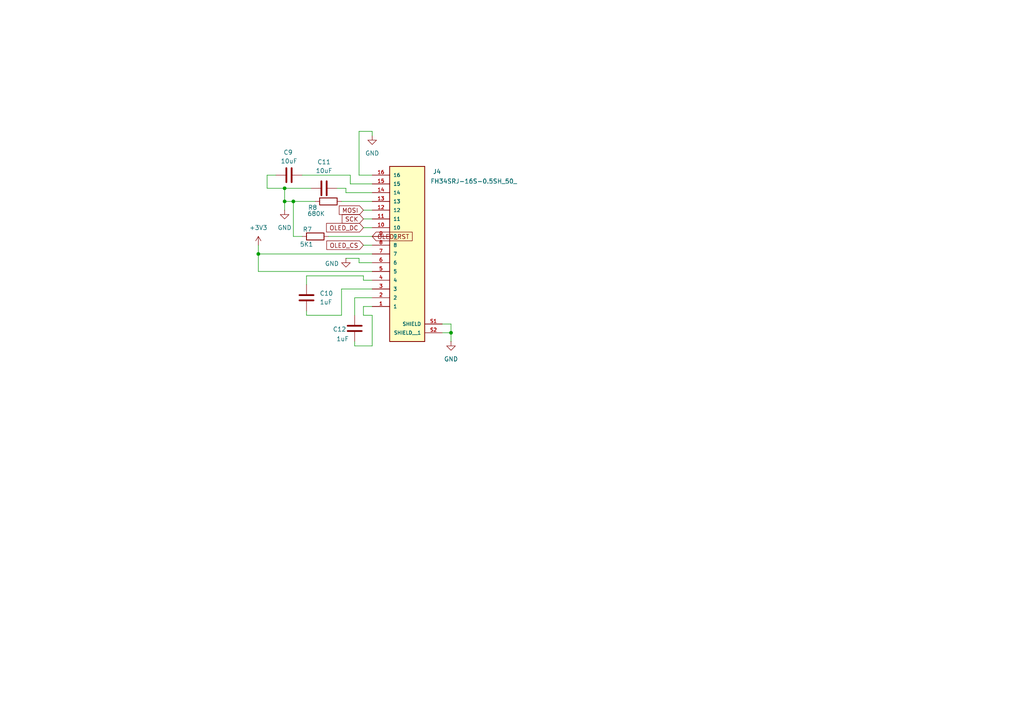
<source format=kicad_sch>
(kicad_sch (version 20231120) (generator "eeschema") (generator_version "8.0")
  (paper "A4")
  (lib_symbols
    (symbol "Device:C" (pin_numbers hide) (pin_names (offset 0.254))
      (property "Reference" "C" (at 0.635 2.54 0))
      (property "Value" "C" (at 0.635 -2.54 0))
      (symbol "C_0_1"
        (polyline (pts (xy -2.032 -0.762) (xy 2.032 -0.762)) (stroke (width 0.508)))
        (polyline (pts (xy -2.032 0.762) (xy 2.032 0.762)) (stroke (width 0.508)))
      )
      (symbol "C_1_1"
        (pin passive line (at 0 3.81 270) (length 2.794) (name "~") (number "1"))
        (pin passive line (at 0 -3.81 90) (length 2.794) (name "~") (number "2"))
      )
    )
    (symbol "Device:R" (pin_numbers hide) (pin_names (offset 0))
      (property "Reference" "R" (at 2.032 0 90))
      (property "Value" "R" (at 0 0 90))
      (symbol "R_0_1"
        (rectangle (start -1.016 -2.54) (end 1.016 2.54) (stroke (width 0.254)))
      )
      (symbol "R_1_1"
        (pin passive line (at 0 3.81 270) (length 1.27) (name "~") (number "1"))
        (pin passive line (at 0 -3.81 90) (length 1.27) (name "~") (number "2"))
      )
    )
    (symbol "FH34SRJ-16S-0.5SH_50__1" (pin_names (offset 1.016))
      (property "Reference" "J?" (at 8.636 21.336 0))
      (property "Value" "FH34SRJ-16S-0.5SH_50_" (at 19.304 18.542 0))
      (symbol "FH34SRJ-16S-0.5SH_50__1_0_0"
        (rectangle (start -5.08 -27.94) (end 5.08 22.86) (stroke (width 0.254)) (fill (type background)))
        (pin passive line (at -10.16 -17.78 0) (length 5.08) (name "1") (number "1"))
        (pin passive line (at -10.16 5.08 0) (length 5.08) (name "10") (number "10"))
        (pin passive line (at -10.16 7.62 0) (length 5.08) (name "11") (number "11"))
        (pin passive line (at -10.16 10.16 0) (length 5.08) (name "12") (number "12"))
        (pin passive line (at -10.16 12.7 0) (length 5.08) (name "13") (number "13"))
        (pin passive line (at -10.16 15.24 0) (length 5.08) (name "14") (number "14"))
        (pin passive line (at -10.16 17.78 0) (length 5.08) (name "15") (number "15"))
        (pin passive line (at -10.16 20.32 0) (length 5.08) (name "16") (number "16"))
        (pin passive line (at -10.16 -15.24 0) (length 5.08) (name "2") (number "2"))
        (pin passive line (at -10.16 -12.7 0) (length 5.08) (name "3") (number "3"))
        (pin passive line (at -10.16 -10.16 0) (length 5.08) (name "4") (number "4"))
        (pin passive line (at -10.16 -7.62 0) (length 5.08) (name "5") (number "5"))
        (pin passive line (at -10.16 -5.08 0) (length 5.08) (name "6") (number "6"))
        (pin passive line (at -10.16 -2.54 0) (length 5.08) (name "7") (number "7"))
        (pin passive line (at -10.16 0 0) (length 5.08) (name "8") (number "8"))
        (pin passive line (at -10.16 2.54 0) (length 5.08) (name "9") (number "9"))
        (pin passive line (at 10.16 -22.86 180) (length 5.08) (name "SHIELD") (number "S1"))
        (pin passive line (at 10.16 -25.4 180) (length 5.08) (name "SHIELD__1") (number "S2"))
      )
    )
    (symbol "power:+3V3" (power) (pin_numbers hide) (pin_names (offset 0) hide)
      (property "Value" "+3V3" (at 0 3.556 0))
      (symbol "+3V3_0_1"
        (polyline (pts (xy -0.762 1.27) (xy 0 2.54)))
        (polyline (pts (xy 0 0) (xy 0 2.54)))
        (polyline (pts (xy 0 2.54) (xy 0.762 1.27)))
      )
      (symbol "+3V3_1_1"
        (pin power_in line (at 0 0 90) (length 0) (name "~") (number "1"))
      )
    )
    (symbol "power:GND" (power) (pin_numbers hide) (pin_names (offset 0) hide)
      (property "Value" "GND" (at 0 -3.81 0))
      (symbol "GND_0_1"
        (polyline (pts (xy 0 0) (xy 0 -1.27) (xy 1.27 -1.27) (xy 0 -2.54) (xy -1.27 -1.27) (xy 0 -1.27)))
      )
      (symbol "GND_1_1"
        (pin power_in line (at 0 0 270) (length 0) (name "~") (number "1"))
      )
    )
  )
  (junction (at 130.81 96.52))
  (junction (at 74.93 73.66))
  (junction (at 82.55 58.42))
  (junction (at 82.55 54.61))
  (junction (at 85.09 58.42))
  (wire (pts (xy 99.06 91.44) (xy 99.06 83.82)))
  (wire (pts (xy 88.9 80.01) (xy 88.9 82.55)))
  (wire (pts (xy 107.95 86.36) (xy 102.87 86.36)))
  (wire (pts (xy 104.14 50.8) (xy 104.14 38.1)))
  (wire (pts (xy 80.01 50.8) (xy 77.47 50.8)))
  (wire (pts (xy 102.87 100.33) (xy 107.95 100.33)))
  (wire (pts (xy 128.27 93.98) (xy 130.81 93.98)))
  (wire (pts (xy 107.95 100.33) (xy 107.95 91.44)))
  (wire (pts (xy 74.93 71.12) (xy 74.93 73.66)))
  (wire (pts (xy 105.41 63.5) (xy 107.95 63.5)))
  (wire (pts (xy 107.95 38.1) (xy 107.95 39.37)))
  (wire (pts (xy 97.79 54.61) (xy 100.33 54.61)))
  (wire (pts (xy 87.63 68.58) (xy 85.09 68.58)))
  (wire (pts (xy 107.95 91.44) (xy 105.41 91.44)))
  (wire (pts (xy 105.41 81.28) (xy 105.41 80.01)))
  (wire (pts (xy 77.47 54.61) (xy 82.55 54.61)))
  (wire (pts (xy 107.95 73.66) (xy 74.93 73.66)))
  (wire (pts (xy 107.95 50.8) (xy 104.14 50.8)))
  (wire (pts (xy 128.27 96.52) (xy 130.81 96.52)))
  (wire (pts (xy 82.55 58.42) (xy 82.55 60.96)))
  (wire (pts (xy 105.41 66.04) (xy 107.95 66.04)))
  (wire (pts (xy 107.95 81.28) (xy 105.41 81.28)))
  (wire (pts (xy 101.6 53.34) (xy 101.6 50.8)))
  (wire (pts (xy 104.14 74.93) (xy 100.33 74.93)))
  (wire (pts (xy 105.41 71.12) (xy 107.95 71.12)))
  (wire (pts (xy 102.87 99.06) (xy 102.87 100.33)))
  (wire (pts (xy 95.25 68.58) (xy 107.95 68.58)))
  (wire (pts (xy 88.9 90.17) (xy 88.9 91.44)))
  (wire (pts (xy 90.17 54.61) (xy 82.55 54.61)))
  (wire (pts (xy 107.95 55.88) (xy 100.33 55.88)))
  (wire (pts (xy 99.06 83.82) (xy 107.95 83.82)))
  (wire (pts (xy 105.41 60.96) (xy 107.95 60.96)))
  (wire (pts (xy 85.09 58.42) (xy 82.55 58.42)))
  (wire (pts (xy 88.9 91.44) (xy 99.06 91.44)))
  (wire (pts (xy 105.41 88.9) (xy 107.95 88.9)))
  (wire (pts (xy 107.95 38.1) (xy 104.14 38.1)))
  (wire (pts (xy 130.81 93.98) (xy 130.81 96.52)))
  (wire (pts (xy 85.09 58.42) (xy 85.09 68.58)))
  (wire (pts (xy 104.14 76.2) (xy 104.14 74.93)))
  (wire (pts (xy 99.06 58.42) (xy 107.95 58.42)))
  (wire (pts (xy 107.95 53.34) (xy 101.6 53.34)))
  (wire (pts (xy 74.93 78.74) (xy 107.95 78.74)))
  (wire (pts (xy 105.41 80.01) (xy 88.9 80.01)))
  (wire (pts (xy 107.95 76.2) (xy 104.14 76.2)))
  (wire (pts (xy 101.6 50.8) (xy 87.63 50.8)))
  (wire (pts (xy 105.41 91.44) (xy 105.41 88.9)))
  (wire (pts (xy 102.87 86.36) (xy 102.87 91.44)))
  (wire (pts (xy 74.93 78.74) (xy 74.93 73.66)))
  (wire (pts (xy 77.47 50.8) (xy 77.47 54.61)))
  (wire (pts (xy 100.33 55.88) (xy 100.33 54.61)))
  (wire (pts (xy 82.55 54.61) (xy 82.55 58.42)))
  (wire (pts (xy 130.81 96.52) (xy 130.81 99.06)))
  (wire (pts (xy 91.44 58.42) (xy 85.09 58.42)))
  (global_label "OLED_RST" (shape input) (at 107.95 68.58 0) (property "Intersheetrefs" "${INTERSHEET_REFS}" (effects (hide yes))))
  (global_label "OLED_DC" (shape input) (at 105.41 66.04 180) (property "Intersheetrefs" "${INTERSHEET_REFS}" (effects (hide yes))))
  (global_label "MOSI" (shape input) (at 105.41 60.96 180) (property "Intersheetrefs" "${INTERSHEET_REFS}" (effects (hide yes))))
  (global_label "SCK" (shape input) (at 105.41 63.5 180) (property "Intersheetrefs" "${INTERSHEET_REFS}" (effects (hide yes))))
  (global_label "OLED_CS" (shape input) (at 105.41 71.12 180) (property "Intersheetrefs" "${INTERSHEET_REFS}" (effects (hide yes))))
  (symbol (lib_id "Device:R") (at 95.25 58.42 90) (unit 1)
    (property "Reference" "R8" (at 90.678 60.198 90))
    (property "Value" "680K" (at 91.694 61.976 90))
    (property "Footprint" "Resistor_SMD:R_0201_0603Metric" (effects (hide yes)))
    (property "Description" "Resistor" (effects (hide yes)))
    (property "Part Number" "ERJ-1GNF6803C" (effects (hide yes)))
    (property "URL" "https://www.digikey.com/en/products/detail/panasonic-electronic-components/ERJ-1GNF6803C/2036436" (effects (hide yes)))
  )
  (symbol (lib_id "power:GND") (at 107.95 39.37 0) (unit 1)
    (property "Reference" "#PWR025" (effects (hide yes)))
    (property "Value" "GND" (at 107.95 44.45 0))
    (property "Description" "Power symbol creates a global label with name \"GND\" , ground" (effects (hide yes)))
  )
  (symbol (lib_id "power:GND") (at 100.33 74.93 0) (unit 1)
    (property "Reference" "#PWR024" (effects (hide yes)))
    (property "Value" "GND" (at 96.266 76.454 0))
    (property "Description" "Power symbol creates a global label with name \"GND\" , ground" (effects (hide yes)))
  )
  (symbol (lib_id "power:GND") (at 130.81 99.06 0) (unit 1)
    (property "Reference" "#PWR026" (effects (hide yes)))
    (property "Value" "GND" (at 130.81 104.14 0))
    (property "Description" "Power symbol creates a global label with name \"GND\" , ground" (effects (hide yes)))
  )
  (symbol (lib_id "Device:R") (at 91.44 68.58 90) (unit 1)
    (property "Reference" "R7" (at 89.154 66.548 90))
    (property "Value" "5K1" (at 88.9 70.866 90))
    (property "Footprint" "Resistor_SMD:R_0201_0603Metric" (effects (hide yes)))
    (property "Description" "Resistor" (effects (hide yes)))
    (property "Part Number" "ERJ-1GNF5101C" (effects (hide yes)))
    (property "URL" "https://www.digikey.com/en/products/detail/panasonic-electronic-components/ERJ-1GNF5101C/2036192" (effects (hide yes)))
  )
  (symbol (lib_id "Device:C") (at 83.82 50.8 90) (unit 1)
    (property "Reference" "C9" (at 83.566 44.196 90))
    (property "Value" "10uF" (at 83.82 46.736 90))
    (property "Footprint" "Capacitor_SMD:C_0603_1608Metric" (effects (hide yes)))
    (property "Description" "Unpolarized capacitor" (effects (hide yes)))
    (property "Part Number" "CL10A106KQ8NNNL" (effects (hide yes)))
    (property "URL" "https://www.digikey.com/en/products/detail/samsung-electro-mechanics/CL10A106KQ8NNNL/3894251" (effects (hide yes)))
  )
  (symbol (lib_id "power:GND") (at 82.55 60.96 0) (unit 1)
    (property "Reference" "#PWR023" (effects (hide yes)))
    (property "Value" "GND" (at 82.55 66.04 0))
    (property "Description" "Power symbol creates a global label with name \"GND\" , ground" (effects (hide yes)))
  )
  (symbol (lib_id "Device:C") (at 88.9 86.36 180) (unit 1)
    (property "Reference" "C10" (at 92.71 85.0899 0) (effects (justify right)))
    (property "Value" "1uF" (at 92.71 87.6299 0) (effects (justify right)))
    (property "Footprint" "Capacitor_SMD:C_0603_1608Metric" (effects (hide yes)))
    (property "Description" "Unpolarized capacitor" (effects (hide yes)))
    (property "Part Number" "CL10B105KP8NNNC" (effects (hide yes)))
    (property "URL" "https://www.digikey.com/en/products/detail/samsung-electro-mechanics/CL10B105KP8NNNC/3887604" (effects (hide yes)))
  )
  (symbol (lib_id "power:+3V3") (at 74.93 71.12 0) (unit 1)
    (property "Reference" "#PWR022" (effects (hide yes)))
    (property "Value" "+3V3" (at 74.93 66.04 0))
    (property "Description" "Power symbol creates a global label with name \"+3V3\"" (effects (hide yes)))
  )
  (symbol (lib_id "Device:C") (at 102.87 95.25 180) (unit 1)
    (property "Reference" "C12" (at 96.52 95.504 0) (effects (justify right)))
    (property "Value" "1uF" (at 97.536 98.298 0) (effects (justify right)))
    (property "Footprint" "Capacitor_SMD:C_0603_1608Metric" (effects (hide yes)))
    (property "Description" "Unpolarized capacitor" (effects (hide yes)))
    (property "Part Number" "CL10B105KP8NNNC" (effects (hide yes)))
    (property "URL" "https://www.digikey.com/en/products/detail/samsung-electro-mechanics/CL10B105KP8NNNC/3887604" (effects (hide yes)))
  )
  (symbol (lib_name "FH34SRJ-16S-0.5SH_50__1") (lib_id "FH34SRJ-16S-0.5SH_50_:FH34SRJ-16S-0.5SH_50_") (at 118.11 71.12 0) (unit 1)
    (property "Reference" "J4" (at 126.746 49.784 0))
    (property "Value" "FH34SRJ-16S-0.5SH_50_" (at 137.414 52.578 0))
    (property "Footprint" "FH34SRJ_16S_0_5SH_50:HRS_FH34SRJ-16S-0.5SH_50_" (effects (hide yes)))
    (property "Part Number" "FH34SRJ-16S-0.5SH(50)" (effects (hide yes)))
    (property "URL" "https://www.digikey.com/en/products/detail/hirose-electric-co-ltd/FH34SRJ-16S-0-5SH-50/5132522" (effects (hide yes)))
  )
  (symbol (lib_id "Device:C") (at 93.98 54.61 270) (unit 1)
    (property "Reference" "C11" (at 93.98 46.99 90))
    (property "Value" "10uF" (at 93.98 49.53 90))
    (property "Footprint" "Capacitor_SMD:C_0603_1608Metric" (effects (hide yes)))
    (property "Description" "Unpolarized capacitor" (effects (hide yes)))
    (property "Part Number" "CL10A106KQ8NNNL" (effects (hide yes)))
    (property "URL" "https://www.digikey.com/en/products/detail/samsung-electro-mechanics/CL10A106KQ8NNNL/3894251" (effects (hide yes)))
  )
)
</source>
